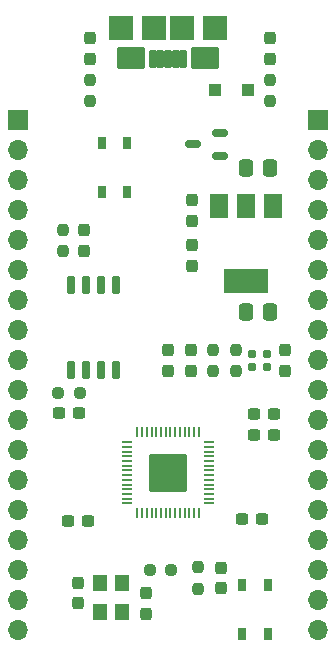
<source format=gbr>
%TF.GenerationSoftware,KiCad,Pcbnew,7.0.8*%
%TF.CreationDate,2023-11-05T01:10:31+09:00*%
%TF.ProjectId,BBM-RP2040,42424d2d-5250-4323-9034-302e6b696361,rev?*%
%TF.SameCoordinates,Original*%
%TF.FileFunction,Soldermask,Top*%
%TF.FilePolarity,Negative*%
%FSLAX46Y46*%
G04 Gerber Fmt 4.6, Leading zero omitted, Abs format (unit mm)*
G04 Created by KiCad (PCBNEW 7.0.8) date 2023-11-05 01:10:31*
%MOMM*%
%LPD*%
G01*
G04 APERTURE LIST*
G04 Aperture macros list*
%AMRoundRect*
0 Rectangle with rounded corners*
0 $1 Rounding radius*
0 $2 $3 $4 $5 $6 $7 $8 $9 X,Y pos of 4 corners*
0 Add a 4 corners polygon primitive as box body*
4,1,4,$2,$3,$4,$5,$6,$7,$8,$9,$2,$3,0*
0 Add four circle primitives for the rounded corners*
1,1,$1+$1,$2,$3*
1,1,$1+$1,$4,$5*
1,1,$1+$1,$6,$7*
1,1,$1+$1,$8,$9*
0 Add four rect primitives between the rounded corners*
20,1,$1+$1,$2,$3,$4,$5,0*
20,1,$1+$1,$4,$5,$6,$7,0*
20,1,$1+$1,$6,$7,$8,$9,0*
20,1,$1+$1,$8,$9,$2,$3,0*%
G04 Aperture macros list end*
%ADD10R,1.700000X1.700000*%
%ADD11O,1.700000X1.700000*%
%ADD12RoundRect,0.155000X0.155000X-0.212500X0.155000X0.212500X-0.155000X0.212500X-0.155000X-0.212500X0*%
%ADD13R,1.500000X2.000000*%
%ADD14R,3.800000X2.000000*%
%ADD15RoundRect,0.237500X-0.237500X0.287500X-0.237500X-0.287500X0.237500X-0.287500X0.237500X0.287500X0*%
%ADD16RoundRect,0.237500X0.237500X-0.300000X0.237500X0.300000X-0.237500X0.300000X-0.237500X-0.300000X0*%
%ADD17RoundRect,0.237500X0.300000X0.237500X-0.300000X0.237500X-0.300000X-0.237500X0.300000X-0.237500X0*%
%ADD18RoundRect,0.237500X0.237500X-0.250000X0.237500X0.250000X-0.237500X0.250000X-0.237500X-0.250000X0*%
%ADD19RoundRect,0.250000X0.337500X0.475000X-0.337500X0.475000X-0.337500X-0.475000X0.337500X-0.475000X0*%
%ADD20RoundRect,0.237500X0.250000X0.237500X-0.250000X0.237500X-0.250000X-0.237500X0.250000X-0.237500X0*%
%ADD21RoundRect,0.150000X0.150000X-0.650000X0.150000X0.650000X-0.150000X0.650000X-0.150000X-0.650000X0*%
%ADD22RoundRect,0.237500X-0.300000X-0.237500X0.300000X-0.237500X0.300000X0.237500X-0.300000X0.237500X0*%
%ADD23R,0.650000X1.050000*%
%ADD24RoundRect,0.237500X-0.237500X0.300000X-0.237500X-0.300000X0.237500X-0.300000X0.237500X0.300000X0*%
%ADD25RoundRect,0.155000X-0.155000X0.212500X-0.155000X-0.212500X0.155000X-0.212500X0.155000X0.212500X0*%
%ADD26RoundRect,0.102000X-0.200000X0.675000X-0.200000X-0.675000X0.200000X-0.675000X0.200000X0.675000X0*%
%ADD27RoundRect,0.102000X1.100000X0.800000X-1.100000X0.800000X-1.100000X-0.800000X1.100000X-0.800000X0*%
%ADD28RoundRect,0.102000X-0.900000X0.950000X-0.900000X-0.950000X0.900000X-0.950000X0.900000X0.950000X0*%
%ADD29RoundRect,0.102000X-0.950000X0.950000X-0.950000X-0.950000X0.950000X-0.950000X0.950000X0.950000X0*%
%ADD30RoundRect,0.250000X0.300000X0.300000X-0.300000X0.300000X-0.300000X-0.300000X0.300000X-0.300000X0*%
%ADD31RoundRect,0.237500X-0.237500X0.250000X-0.237500X-0.250000X0.237500X-0.250000X0.237500X0.250000X0*%
%ADD32RoundRect,0.150000X0.512500X0.150000X-0.512500X0.150000X-0.512500X-0.150000X0.512500X-0.150000X0*%
%ADD33RoundRect,0.050000X-0.387500X-0.050000X0.387500X-0.050000X0.387500X0.050000X-0.387500X0.050000X0*%
%ADD34RoundRect,0.050000X-0.050000X-0.387500X0.050000X-0.387500X0.050000X0.387500X-0.050000X0.387500X0*%
%ADD35RoundRect,0.144000X-1.456000X-1.456000X1.456000X-1.456000X1.456000X1.456000X-1.456000X1.456000X0*%
%ADD36RoundRect,0.237500X-0.250000X-0.237500X0.250000X-0.237500X0.250000X0.237500X-0.250000X0.237500X0*%
%ADD37RoundRect,0.250000X-0.337500X-0.475000X0.337500X-0.475000X0.337500X0.475000X-0.337500X0.475000X0*%
%ADD38R,1.200000X1.400000*%
G04 APERTURE END LIST*
D10*
%TO.C,J2*%
X182880000Y-66040000D03*
D11*
X182880000Y-68580000D03*
X182880000Y-71120000D03*
X182880000Y-73660000D03*
X182880000Y-76200000D03*
X182880000Y-78740000D03*
X182880000Y-81280000D03*
X182880000Y-83820000D03*
X182880000Y-86360000D03*
X182880000Y-88900000D03*
X182880000Y-91440000D03*
X182880000Y-93980000D03*
X182880000Y-96520000D03*
X182880000Y-99060000D03*
X182880000Y-101600000D03*
X182880000Y-104140000D03*
X182880000Y-106680000D03*
X182880000Y-109220000D03*
%TD*%
D12*
%TO.C,C9*%
X178562000Y-86927500D03*
X178562000Y-85792500D03*
%TD*%
D13*
%TO.C,U1*%
X179084000Y-73304000D03*
X176784000Y-73304000D03*
D14*
X176784000Y-79604000D03*
D13*
X174484000Y-73304000D03*
%TD*%
D15*
%TO.C,D3*%
X178816000Y-59069000D03*
X178816000Y-60819000D03*
%TD*%
D16*
%TO.C,R10*%
X172212000Y-74522500D03*
X172212000Y-72797500D03*
%TD*%
D17*
%TO.C,C16*%
X163422500Y-99949000D03*
X161697500Y-99949000D03*
%TD*%
D18*
%TO.C,R5*%
X163576000Y-64412500D03*
X163576000Y-62587500D03*
%TD*%
%TO.C,R6*%
X178816000Y-64412500D03*
X178816000Y-62587500D03*
%TD*%
D19*
%TO.C,C5*%
X178837500Y-82296000D03*
X176762500Y-82296000D03*
%TD*%
D17*
%TO.C,C15*%
X162660500Y-90805000D03*
X160935500Y-90805000D03*
%TD*%
D20*
%TO.C,R4*%
X170457500Y-104140000D03*
X168632500Y-104140000D03*
%TD*%
D16*
%TO.C,C12*%
X172085000Y-87222500D03*
X172085000Y-85497500D03*
%TD*%
D21*
%TO.C,U2*%
X161925000Y-87166000D03*
X163195000Y-87166000D03*
X164465000Y-87166000D03*
X165735000Y-87166000D03*
X165735000Y-79966000D03*
X164465000Y-79966000D03*
X163195000Y-79966000D03*
X161925000Y-79966000D03*
%TD*%
D22*
%TO.C,C14*%
X177445500Y-90932000D03*
X179170500Y-90932000D03*
%TD*%
D23*
%TO.C,SW2*%
X178621000Y-105367000D03*
X178621000Y-109517000D03*
X176471000Y-105367000D03*
X176471000Y-109517000D03*
%TD*%
D24*
%TO.C,C1*%
X162560000Y-105182500D03*
X162560000Y-106907500D03*
%TD*%
D16*
%TO.C,C2*%
X168275000Y-107796500D03*
X168275000Y-106071500D03*
%TD*%
D25*
%TO.C,C8*%
X177292000Y-85792500D03*
X177292000Y-86927500D03*
%TD*%
D26*
%TO.C,J1*%
X171485000Y-60878000D03*
X170835000Y-60878000D03*
X170185000Y-60878000D03*
X169535000Y-60878000D03*
X168885000Y-60878000D03*
D27*
X173335000Y-60753000D03*
X167035000Y-60753000D03*
D28*
X174185000Y-58203000D03*
D29*
X171385000Y-58203000D03*
X168985000Y-58203000D03*
D28*
X166185000Y-58203000D03*
%TD*%
D30*
%TO.C,D1*%
X176914000Y-63500000D03*
X174114000Y-63500000D03*
%TD*%
D22*
%TO.C,C13*%
X176429500Y-99822000D03*
X178154500Y-99822000D03*
%TD*%
D10*
%TO.C,J3*%
X157480000Y-66040000D03*
D11*
X157480000Y-68580000D03*
X157480000Y-71120000D03*
X157480000Y-73660000D03*
X157480000Y-76200000D03*
X157480000Y-78740000D03*
X157480000Y-81280000D03*
X157480000Y-83820000D03*
X157480000Y-86360000D03*
X157480000Y-88900000D03*
X157480000Y-91440000D03*
X157480000Y-93980000D03*
X157480000Y-96520000D03*
X157480000Y-99060000D03*
X157480000Y-101600000D03*
X157480000Y-104140000D03*
X157480000Y-106680000D03*
X157480000Y-109220000D03*
%TD*%
D31*
%TO.C,R8*%
X175895000Y-85447500D03*
X175895000Y-87272500D03*
%TD*%
D32*
%TO.C,Q1*%
X174553500Y-69022000D03*
X174553500Y-67122000D03*
X172278500Y-68072000D03*
%TD*%
D16*
%TO.C,R9*%
X172212000Y-78332500D03*
X172212000Y-76607500D03*
%TD*%
D33*
%TO.C,U3*%
X166742500Y-93281600D03*
X166742500Y-93681600D03*
X166742500Y-94081600D03*
X166742500Y-94481600D03*
X166742500Y-94881600D03*
X166742500Y-95281600D03*
X166742500Y-95681600D03*
X166742500Y-96081600D03*
X166742500Y-96481600D03*
X166742500Y-96881600D03*
X166742500Y-97281600D03*
X166742500Y-97681600D03*
X166742500Y-98081600D03*
X166742500Y-98481600D03*
D34*
X167580000Y-99319100D03*
X167980000Y-99319100D03*
X168380000Y-99319100D03*
X168780000Y-99319100D03*
X169180000Y-99319100D03*
X169580000Y-99319100D03*
X169980000Y-99319100D03*
X170380000Y-99319100D03*
X170780000Y-99319100D03*
X171180000Y-99319100D03*
X171580000Y-99319100D03*
X171980000Y-99319100D03*
X172380000Y-99319100D03*
X172780000Y-99319100D03*
D33*
X173617500Y-98481600D03*
X173617500Y-98081600D03*
X173617500Y-97681600D03*
X173617500Y-97281600D03*
X173617500Y-96881600D03*
X173617500Y-96481600D03*
X173617500Y-96081600D03*
X173617500Y-95681600D03*
X173617500Y-95281600D03*
X173617500Y-94881600D03*
X173617500Y-94481600D03*
X173617500Y-94081600D03*
X173617500Y-93681600D03*
X173617500Y-93281600D03*
D34*
X172780000Y-92444100D03*
X172380000Y-92444100D03*
X171980000Y-92444100D03*
X171580000Y-92444100D03*
X171180000Y-92444100D03*
X170780000Y-92444100D03*
X170380000Y-92444100D03*
X169980000Y-92444100D03*
X169580000Y-92444100D03*
X169180000Y-92444100D03*
X168780000Y-92444100D03*
X168380000Y-92444100D03*
X167980000Y-92444100D03*
X167580000Y-92444100D03*
D35*
X170180000Y-95881600D03*
%TD*%
D31*
%TO.C,R7*%
X173990000Y-85447500D03*
X173990000Y-87272500D03*
%TD*%
D16*
%TO.C,C7*%
X174625000Y-105637500D03*
X174625000Y-103912500D03*
%TD*%
%TO.C,C10*%
X180086000Y-87222500D03*
X180086000Y-85497500D03*
%TD*%
D31*
%TO.C,R3*%
X172720000Y-103862500D03*
X172720000Y-105687500D03*
%TD*%
D15*
%TO.C,D2*%
X163576000Y-59069000D03*
X163576000Y-60819000D03*
%TD*%
D23*
%TO.C,SW1*%
X166742000Y-67986000D03*
X166742000Y-72136000D03*
X164592000Y-67986000D03*
X164592000Y-72136000D03*
%TD*%
D22*
%TO.C,C11*%
X177445500Y-92710000D03*
X179170500Y-92710000D03*
%TD*%
D36*
%TO.C,R2*%
X160885500Y-89154000D03*
X162710500Y-89154000D03*
%TD*%
D37*
%TO.C,C3*%
X176762500Y-70104000D03*
X178837500Y-70104000D03*
%TD*%
D38*
%TO.C,Y1*%
X164404000Y-105226000D03*
X164404000Y-107626000D03*
X166304000Y-107626000D03*
X166304000Y-105226000D03*
%TD*%
D24*
%TO.C,C4*%
X163068000Y-75337500D03*
X163068000Y-77062500D03*
%TD*%
D31*
%TO.C,R1*%
X161290000Y-75287500D03*
X161290000Y-77112500D03*
%TD*%
D24*
%TO.C,C6*%
X170180000Y-85497500D03*
X170180000Y-87222500D03*
%TD*%
M02*

</source>
